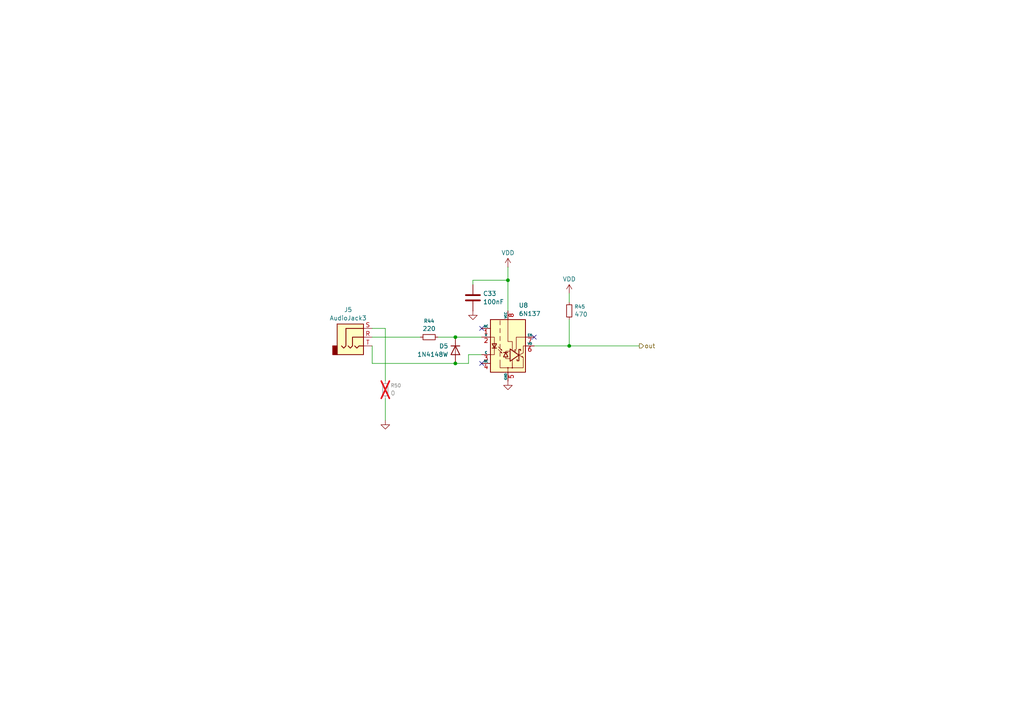
<source format=kicad_sch>
(kicad_sch (version 20250114) (generator "eeschema") (generator_version "9.0")
  (paper "A4")
  (lib_symbols
    (symbol "Connector_Audio:AudioJack3"
      (property "Reference" "J" (at 0 8.89 0))
      (property "Value" "AudioJack3" (at 0 6.35 0))
      (symbol "AudioJack3_0_1"
        (rectangle (start -5.08 -5.08) (end -6.35 -2.54) (stroke (width 0.254)) (fill (type outline)))
        (polyline (pts (xy -1.905 -2.54) (xy -1.27 -3.175) (xy -0.635 -2.54) (xy -0.635 0) (xy 2.54 0)) (stroke (width 0.254)))
        (polyline (pts (xy 0 -2.54) (xy 0.635 -3.175) (xy 1.27 -2.54) (xy 2.54 -2.54)) (stroke (width 0.254)))
        (rectangle (start 2.54 3.81) (end -5.08 -5.08) (stroke (width 0.254)) (fill (type background)))
        (polyline (pts (xy 2.54 2.54) (xy -2.54 2.54) (xy -2.54 -2.54) (xy -3.175 -3.175) (xy -3.81 -2.54)) (stroke (width 0.254)))
      )
      (symbol "AudioJack3_1_1"
        (pin passive line (at 5.08 2.54 180) (length 2.54) (name "~") (number "S"))
        (pin passive line (at 5.08 0 180) (length 2.54) (name "~") (number "R"))
        (pin passive line (at 5.08 -2.54 180) (length 2.54) (name "~") (number "T"))
      )
    )
    (symbol "Device:C" (pin_numbers (hide yes)) (pin_names (offset 0.254))
      (property "Reference" "C" (at 0.635 2.54 0))
      (property "Value" "C" (at 0.635 -2.54 0))
      (symbol "C_0_1"
        (polyline (pts (xy -2.032 0.762) (xy 2.032 0.762)) (stroke (width 0.508)))
        (polyline (pts (xy -2.032 -0.762) (xy 2.032 -0.762)) (stroke (width 0.508)))
      )
      (symbol "C_1_1"
        (pin passive line (at 0 3.81 270) (length 2.794) (name "~") (number "1"))
        (pin passive line (at 0 -3.81 90) (length 2.794) (name "~") (number "2"))
      )
    )
    (symbol "Device:R_Small" (pin_numbers (hide yes)) (pin_names (offset 0.254) (hide yes))
      (property "Reference" "R" (at 0 0 90))
      (property "Value" "R_Small" (at 1.778 0 90))
      (symbol "R_Small_0_1"
        (rectangle (start -0.762 1.778) (end 0.762 -1.778) (stroke (width 0.2032)))
      )
      (symbol "R_Small_1_1"
        (pin passive line (at 0 2.54 270) (length 0.762) (name "~") (number "1"))
        (pin passive line (at 0 -2.54 90) (length 0.762) (name "~") (number "2"))
      )
    )
    (symbol "Diode:1N4148W" (pin_numbers (hide yes)) (pin_names (hide yes))
      (property "Reference" "D" (at 0 2.54 0))
      (property "Value" "1N4148W" (at 0 -2.54 0))
      (symbol "1N4148W_0_1"
        (polyline (pts (xy -1.27 1.27) (xy -1.27 -1.27)) (stroke (width 0.254)))
        (polyline (pts (xy 1.27 1.27) (xy 1.27 -1.27) (xy -1.27 0) (xy 1.27 1.27)) (stroke (width 0.254)))
        (polyline (pts (xy 1.27 0) (xy -1.27 0)))
      )
      (symbol "1N4148W_1_1"
        (pin passive line (at -3.81 0 0) (length 2.54) (name "K") (number "1"))
        (pin passive line (at 3.81 0 180) (length 2.54) (name "A") (number "2"))
      )
    )
    (symbol "Isolator:6N137" (pin_names (offset 0))
      (property "Reference" "U" (at -4.064 8.89 0))
      (property "Value" "6N137" (at 0 -8.89 0))
      (symbol "6N137_0_1"
        (polyline (pts (xy -5.08 -2.54) (xy -3.937 -2.54) (xy -3.937 2.54) (xy -5.08 2.54)))
        (polyline (pts (xy -2.794 -0.254) (xy -1.717 -1.331) (xy -2.076 -1.152) (xy -1.896 -0.972) (xy -1.717 -1.331)))
        (polyline (pts (xy -2.794 -1.016) (xy -1.717 -2.093) (xy -2.076 -1.914) (xy -1.896 -1.734) (xy -1.717 -2.093)))
        (polyline (pts (xy 0 -6.35) (xy -2.286 -6.35) (xy -2.286 -4.064)))
        (polyline (pts (xy 1.27 -5.08) (xy 1.27 -6.35) (xy 0 -6.35) (xy 0 -7.62)))
        (polyline (pts (xy 3.175 -2.667) (xy 0.635 -4.445) (xy 0.635 -0.889) (xy 3.175 -2.667)) (stroke (width 0.254)))
      )
      (symbol "6N137_1_1"
        (rectangle (start -5.08 7.62) (end 5.08 -7.62) (stroke (width 0.254)) (fill (type background)))
        (polyline (pts (xy -4.572 -0.635) (xy -3.302 -0.635)) (stroke (width 0.254)))
        (polyline (pts (xy -3.937 -0.635) (xy -4.572 0.635) (xy -3.302 0.635) (xy -3.937 -0.635)) (stroke (width 0.254)))
        (polyline (pts (xy -2.286 7.366) (xy -2.286 6.096)))
        (polyline (pts (xy -2.286 5.08) (xy -2.286 3.81)))
        (polyline (pts (xy -2.286 2.794) (xy -2.286 1.524)))
        (polyline (pts (xy -2.286 0.508) (xy -2.286 -0.762)))
        (polyline (pts (xy -2.286 -1.778) (xy -2.286 -3.048)))
        (polyline (pts (xy -1.27 -1.905) (xy 0 -1.905)) (stroke (width 0.254)))
        (polyline (pts (xy -0.635 -1.905) (xy -0.635 -1.524) (xy 0.508 -1.524)))
        (polyline (pts (xy -0.635 -1.905) (xy -1.27 -3.175) (xy 0 -3.175) (xy -0.635 -1.905)) (stroke (width 0.254)))
        (polyline (pts (xy -0.635 -3.302) (xy -0.635 -3.683) (xy 0.635 -3.683)))
        (circle (center 0 -6.35) (radius 0.127) (fill (type outline)))
        (polyline (pts (xy 1.27 -1.27) (xy 1.27 1.27) (xy 0 1.27) (xy 0 7.62)))
        (polyline (pts (xy 1.27 -4.064) (xy 1.27 -6.35) (xy 4.445 -6.35)))
        (circle (center 1.27 -6.35) (radius 0.127) (fill (type outline)))
        (circle (center 2.032 -1.397) (radius 0.254))
        (polyline (pts (xy 2.1844 -1.1684) (xy 2.413 -0.889) (xy 2.413 2.54) (xy 5.08 2.54)))
        (polyline (pts (xy 3.175 -2.667) (xy 4.445 -3.302) (xy 4.445 -6.35)))
        (polyline (pts (xy 3.175 -2.667) (xy 3.175 -1.016) (xy 3.683 -1.016) (xy 3.683 -1.397)) (stroke (width 0.254)))
        (polyline (pts (xy 3.175 -2.667) (xy 3.175 -4.318) (xy 2.667 -4.318) (xy 2.667 -3.937)) (stroke (width 0.254)))
        (polyline (pts (xy 3.175 -2.667) (xy 4.445 -2.032) (xy 4.445 0) (xy 5.08 0)))
        (polyline (pts (xy 4.445 -3.302) (xy 4.161 -3.018) (xy 4.047 -3.246) (xy 4.445 -3.302)) (stroke (width 0.127)) (fill (type outline)))
        (pin passive line (at -7.62 5.08 0) (length 2.54) (name "NC") (number "1"))
        (pin passive line (at -7.62 2.54 0) (length 2.54) (name "A") (number "2"))
        (pin passive line (at -7.62 -2.54 0) (length 2.54) (name "C") (number "3"))
        (pin passive line (at -7.62 -5.08 0) (length 2.54) (name "NC") (number "4"))
        (pin power_in line (at 0 10.16 270) (length 2.54) (name "VCC") (number "8"))
        (pin power_in line (at 0 -10.16 90) (length 2.54) (name "GND") (number "5"))
        (pin input line (at 7.62 2.54 180) (length 2.54) (name "EN") (number "7"))
        (pin open_collector line (at 7.62 0 180) (length 2.54) (name "VO") (number "6"))
      )
    )
    (symbol "power:GND" (power) (pin_numbers (hide yes)) (pin_names (offset 0) (hide yes))
      (property "Value" "GND" (at 0 -3.81 0))
      (symbol "GND_0_1"
        (polyline (pts (xy 0 0) (xy 0 -1.27) (xy 1.27 -1.27) (xy 0 -2.54) (xy -1.27 -1.27) (xy 0 -1.27)))
      )
      (symbol "GND_1_1"
        (pin power_in line (at 0 0 270) (length 0) (name "~") (number "1"))
      )
    )
    (symbol "power:VDD" (power) (pin_numbers (hide yes)) (pin_names (offset 0) (hide yes))
      (property "Value" "VDD" (at 0 3.556 0))
      (symbol "VDD_0_1"
        (polyline (pts (xy -0.762 1.27) (xy 0 2.54)))
        (polyline (pts (xy 0 2.54) (xy 0.762 1.27)))
        (polyline (pts (xy 0 0) (xy 0 2.54)))
      )
      (symbol "VDD_1_1"
        (pin power_in line (at 0 0 90) (length 0) (name "~") (number "1"))
      )
    )
  )
  (junction (at 165.1 100.33))
  (junction (at 132.08 105.41))
  (junction (at 147.32 81.28))
  (junction (at 132.08 97.79))
  (no_connect (at 139.7 105.41))
  (no_connect (at 139.7 95.25))
  (no_connect (at 154.94 97.79))
  (wire (pts (xy 137.16 82.55) (xy 137.16 81.28)))
  (wire (pts (xy 154.94 100.33) (xy 165.1 100.33)))
  (wire (pts (xy 135.89 102.87) (xy 135.89 105.41)))
  (wire (pts (xy 107.95 97.79) (xy 121.92 97.79)))
  (wire (pts (xy 107.95 100.33) (xy 107.95 105.41)))
  (wire (pts (xy 135.89 105.41) (xy 132.08 105.41)))
  (wire (pts (xy 139.7 102.87) (xy 135.89 102.87)))
  (wire (pts (xy 107.95 95.25) (xy 111.76 95.25)))
  (wire (pts (xy 107.95 105.41) (xy 132.08 105.41)))
  (wire (pts (xy 137.16 81.28) (xy 147.32 81.28)))
  (wire (pts (xy 147.32 77.47) (xy 147.32 81.28)))
  (wire (pts (xy 165.1 85.09) (xy 165.1 87.63)))
  (wire (pts (xy 165.1 100.33) (xy 185.42 100.33)))
  (wire (pts (xy 111.76 95.25) (xy 111.76 110.49)))
  (wire (pts (xy 132.08 97.79) (xy 139.7 97.79)))
  (wire (pts (xy 111.76 115.57) (xy 111.76 121.92)))
  (wire (pts (xy 127 97.79) (xy 132.08 97.79)))
  (wire (pts (xy 165.1 100.33) (xy 165.1 92.71)))
  (wire (pts (xy 147.32 81.28) (xy 147.32 90.17)))
  (hierarchical_label "out" (shape output) (at 185.42 100.33 0))
  (symbol (lib_id "power:VDD") (at 147.32 77.47 0) (unit 1)
    (property "Reference" "#PWR015" (effects (hide yes)))
    (property "Value" "VDD" (at 147.32 73.3369 0))
    (property "Description" "Power symbol creates a global label with name \"VDD\"" (effects (hide yes)))
    (instances (project "nucleo_tdm_breakout1" (path "" (reference "#PWR022") (unit 1)) (path "" (reference "#PWR015") (unit 1))))
  )
  (symbol (lib_id "Diode:1N4148W") (at 132.08 101.6 270) (unit 1)
    (property "Reference" "D4" (at 130.048 100.3878 90) (effects (justify right)))
    (property "Value" "1N4148W" (at 130.048 102.8121 90) (effects (justify right)))
    (property "Footprint" "Diode_SMD:D_SOD-123" (effects (hide yes)))
    (property "Datasheet" "https://www.vishay.com/docs/85748/1n4148w.pdf" (effects (hide yes)))
    (property "Description" "75V 0.15A Fast Switching Diode, SOD-123" (effects (hide yes)))
    (property "Sim.Device" "D" (effects (hide yes)))
    (property "Sim.Pins" "1=K 2=A" (effects (hide yes)))
    (property "PN" "1N4148W" (effects (hide yes)))
    (instances (project "nucleo_tdm_breakout1" (path "" (reference "D5") (unit 1)) (path "" (reference "D4") (unit 1))))
  )
  (symbol (lib_id "Device:R_Small") (at 111.76 113.03 180) (unit 1) (dnp yes)
    (property "Reference" "R47" (at 113.2586 111.8178 0) (effects (font (size 1.016 1.016)) (justify right)))
    (property "Value" "0" (at 113.2586 114.0377 0) (effects (justify right)))
    (property "Footprint" "Resistor_SMD:R_0603_1608Metric" (effects (hide yes)))
    (property "Description" "Resistor, small symbol" (effects (hide yes)))
    (property "PN" "CRCW06030000Z0EA" (effects (hide yes)))
    (instances (project "nucleo_tdm_breakout1" (path "" (reference "R50") (unit 1)) (path "" (reference "R47") (unit 1))))
  )
  (symbol (lib_id "Device:C") (at 137.16 86.36 0) (unit 1)
    (property "Reference" "C28" (at 140.081 85.1478 0) (effects (justify left)))
    (property "Value" "100nF" (at 140.081 87.5721 0) (effects (justify left)))
    (property "Footprint" "Capacitor_SMD:C_0603_1608Metric" (effects (hide yes)))
    (property "Description" "Unpolarized capacitor" (effects (hide yes)))
    (property "PN" "GCJ188R71H104KA12D" (effects (hide yes)))
    (instances (project "nucleo_tdm_breakout1" (path "" (reference "C33") (unit 1)) (path "" (reference "C28") (unit 1))))
  )
  (symbol (lib_id "Device:R_Small") (at 165.1 90.17 0) (unit 1)
    (property "Reference" "R40" (at 166.5986 88.9578 0) (effects (font (size 1.016 1.016)) (justify left)))
    (property "Value" "470" (at 166.5986 91.1777 0) (effects (justify left)))
    (property "Footprint" "Resistor_SMD:R_0603_1608Metric" (effects (hide yes)))
    (property "Description" "Resistor, small symbol" (effects (hide yes)))
    (property "PN" "CRCW0603470RFKEA" (effects (hide yes)))
    (instances (project "nucleo_tdm_breakout1" (path "" (reference "R45") (unit 1)) (path "" (reference "R40") (unit 1))))
  )
  (symbol (lib_id "Connector_Audio:AudioJack3") (at 102.87 97.79 0) (unit 1)
    (property "Reference" "J3" (at 100.965 89.8355 0))
    (property "Value" "AudioJack3" (at 100.965 92.2598 0))
    (property "Footprint" "nucleo_tdm_breakout:SJ1-3523N" (effects (hide yes)))
    (property "Description" "Audio Jack, 3 Poles (Stereo / TRS)" (effects (hide yes)))
    (property "PN" "SJ1-3523N" (effects (hide yes)))
    (instances (project "nucleo_tdm_breakout1" (path "" (reference "J5") (unit 1)) (path "" (reference "J3") (unit 1))))
  )
  (symbol (lib_id "power:GND") (at 111.76 121.92 0) (unit 1)
    (property "Reference" "#PWR013" (effects (hide yes)))
    (property "Value" "GND" (effects (hide yes)))
    (property "Description" "Power symbol creates a global label with name \"GND\" , ground" (effects (hide yes)))
    (instances (project "nucleo_tdm_breakout1" (path "" (reference "#PWR019") (unit 1)) (path "" (reference "#PWR013") (unit 1))))
  )
  (symbol (lib_id "Isolator:6N137") (at 147.32 100.33 0) (unit 1)
    (property "Reference" "U1" (at 150.4381 88.5655 0) (effects (justify left)))
    (property "Value" "6N137" (at 150.4381 90.9898 0) (effects (justify left)))
    (property "Footprint" "Package_DIP:DIP-8_W7.62mm" (effects (hide yes)))
    (property "Datasheet" "https://docs.broadcom.com/docs/AV02-0940EN" (effects (hide yes)))
    (property "Description" "Single High Speed LSTTL/TTL Compatible Optocoupler with enable, dV/dt 1000/us, VCM 10, max 7V VCC, DIP-8" (effects (hide yes)))
    (property "PN" "160-1791-ND" (effects (hide yes)))
    (instances (project "nucleo_tdm_breakout1" (path "" (reference "U8") (unit 1)) (path "" (reference "U1") (unit 1))))
  )
  (symbol (lib_id "power:GND") (at 137.16 90.17 0) (unit 1)
    (property "Reference" "#PWR016" (effects (hide yes)))
    (property "Value" "GND" (effects (hide yes)))
    (property "Description" "Power symbol creates a global label with name \"GND\" , ground" (effects (hide yes)))
    (instances (project "nucleo_tdm_breakout1" (path "" (reference "#PWR021") (unit 1)) (path "" (reference "#PWR016") (unit 1))))
  )
  (symbol (lib_id "power:GND") (at 147.32 110.49 0) (unit 1)
    (property "Reference" "#PWR017" (effects (hide yes)))
    (property "Value" "GND" (effects (hide yes)))
    (property "Description" "Power symbol creates a global label with name \"GND\" , ground" (effects (hide yes)))
    (instances (project "nucleo_tdm_breakout1" (path "" (reference "#PWR023") (unit 1)) (path "" (reference "#PWR017") (unit 1))))
  )
  (symbol (lib_id "power:VDD") (at 165.1 85.09 0) (unit 1)
    (property "Reference" "#PWR014" (effects (hide yes)))
    (property "Value" "VDD" (at 165.1 80.9569 0))
    (property "Description" "Power symbol creates a global label with name \"VDD\"" (effects (hide yes)))
    (instances (project "nucleo_tdm_breakout1" (path "" (reference "#PWR024") (unit 1)) (path "" (reference "#PWR014") (unit 1))))
  )
  (symbol (lib_id "Device:R_Small") (at 124.46 97.79 270) (unit 1)
    (property "Reference" "R39" (at 124.46 93.1133 90) (effects (font (size 1.016 1.016))))
    (property "Value" "220" (at 124.46 95.3332 90))
    (property "Footprint" "Resistor_SMD:R_0603_1608Metric" (effects (hide yes)))
    (property "Description" "Resistor, small symbol" (effects (hide yes)))
    (property "PN" "CRCW0603220RFKEA" (effects (hide yes)))
    (instances (project "nucleo_tdm_breakout1" (path "" (reference "R44") (unit 1)) (path "" (reference "R39") (unit 1))))
  )
)
</source>
